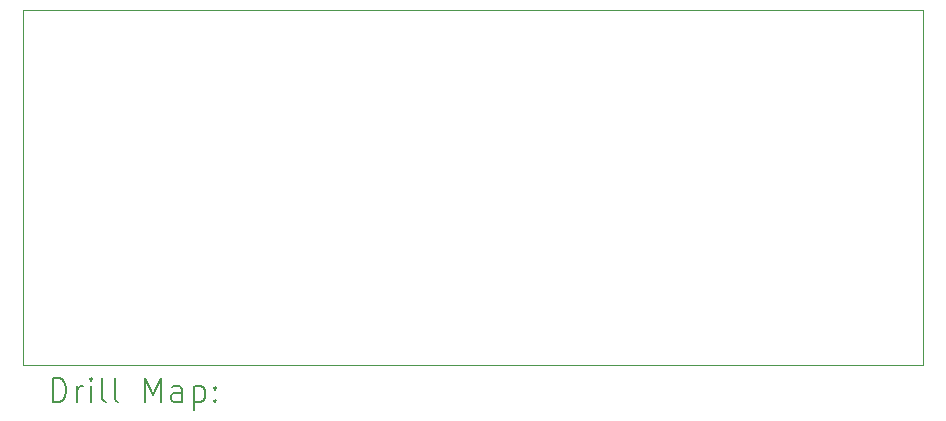
<source format=gbr>
%TF.GenerationSoftware,KiCad,Pcbnew,6.0.11-2627ca5db0~126~ubuntu22.04.1*%
%TF.CreationDate,2023-04-18T11:26:34+01:00*%
%TF.ProjectId,pim,70696d2e-6b69-4636-9164-5f7063625858,rev?*%
%TF.SameCoordinates,Original*%
%TF.FileFunction,Drillmap*%
%TF.FilePolarity,Positive*%
%FSLAX45Y45*%
G04 Gerber Fmt 4.5, Leading zero omitted, Abs format (unit mm)*
G04 Created by KiCad (PCBNEW 6.0.11-2627ca5db0~126~ubuntu22.04.1) date 2023-04-18 11:26:34*
%MOMM*%
%LPD*%
G01*
G04 APERTURE LIST*
%ADD10C,0.100000*%
%ADD11C,0.200000*%
G04 APERTURE END LIST*
D10*
X18542000Y-10277000D02*
X10922000Y-10277000D01*
X10922000Y-10277000D02*
X10922000Y-13278000D01*
X10922000Y-13278000D02*
X18542000Y-13278000D01*
X18542000Y-13278000D02*
X18542000Y-10277000D01*
D11*
X11174619Y-13593476D02*
X11174619Y-13393476D01*
X11222238Y-13393476D01*
X11250809Y-13403000D01*
X11269857Y-13422048D01*
X11279381Y-13441095D01*
X11288905Y-13479190D01*
X11288905Y-13507762D01*
X11279381Y-13545857D01*
X11269857Y-13564905D01*
X11250809Y-13583952D01*
X11222238Y-13593476D01*
X11174619Y-13593476D01*
X11374619Y-13593476D02*
X11374619Y-13460143D01*
X11374619Y-13498238D02*
X11384143Y-13479190D01*
X11393667Y-13469667D01*
X11412714Y-13460143D01*
X11431762Y-13460143D01*
X11498428Y-13593476D02*
X11498428Y-13460143D01*
X11498428Y-13393476D02*
X11488905Y-13403000D01*
X11498428Y-13412524D01*
X11507952Y-13403000D01*
X11498428Y-13393476D01*
X11498428Y-13412524D01*
X11622238Y-13593476D02*
X11603190Y-13583952D01*
X11593667Y-13564905D01*
X11593667Y-13393476D01*
X11727000Y-13593476D02*
X11707952Y-13583952D01*
X11698428Y-13564905D01*
X11698428Y-13393476D01*
X11955571Y-13593476D02*
X11955571Y-13393476D01*
X12022238Y-13536333D01*
X12088905Y-13393476D01*
X12088905Y-13593476D01*
X12269857Y-13593476D02*
X12269857Y-13488714D01*
X12260333Y-13469667D01*
X12241286Y-13460143D01*
X12203190Y-13460143D01*
X12184143Y-13469667D01*
X12269857Y-13583952D02*
X12250809Y-13593476D01*
X12203190Y-13593476D01*
X12184143Y-13583952D01*
X12174619Y-13564905D01*
X12174619Y-13545857D01*
X12184143Y-13526809D01*
X12203190Y-13517286D01*
X12250809Y-13517286D01*
X12269857Y-13507762D01*
X12365095Y-13460143D02*
X12365095Y-13660143D01*
X12365095Y-13469667D02*
X12384143Y-13460143D01*
X12422238Y-13460143D01*
X12441286Y-13469667D01*
X12450809Y-13479190D01*
X12460333Y-13498238D01*
X12460333Y-13555381D01*
X12450809Y-13574428D01*
X12441286Y-13583952D01*
X12422238Y-13593476D01*
X12384143Y-13593476D01*
X12365095Y-13583952D01*
X12546048Y-13574428D02*
X12555571Y-13583952D01*
X12546048Y-13593476D01*
X12536524Y-13583952D01*
X12546048Y-13574428D01*
X12546048Y-13593476D01*
X12546048Y-13469667D02*
X12555571Y-13479190D01*
X12546048Y-13488714D01*
X12536524Y-13479190D01*
X12546048Y-13469667D01*
X12546048Y-13488714D01*
M02*

</source>
